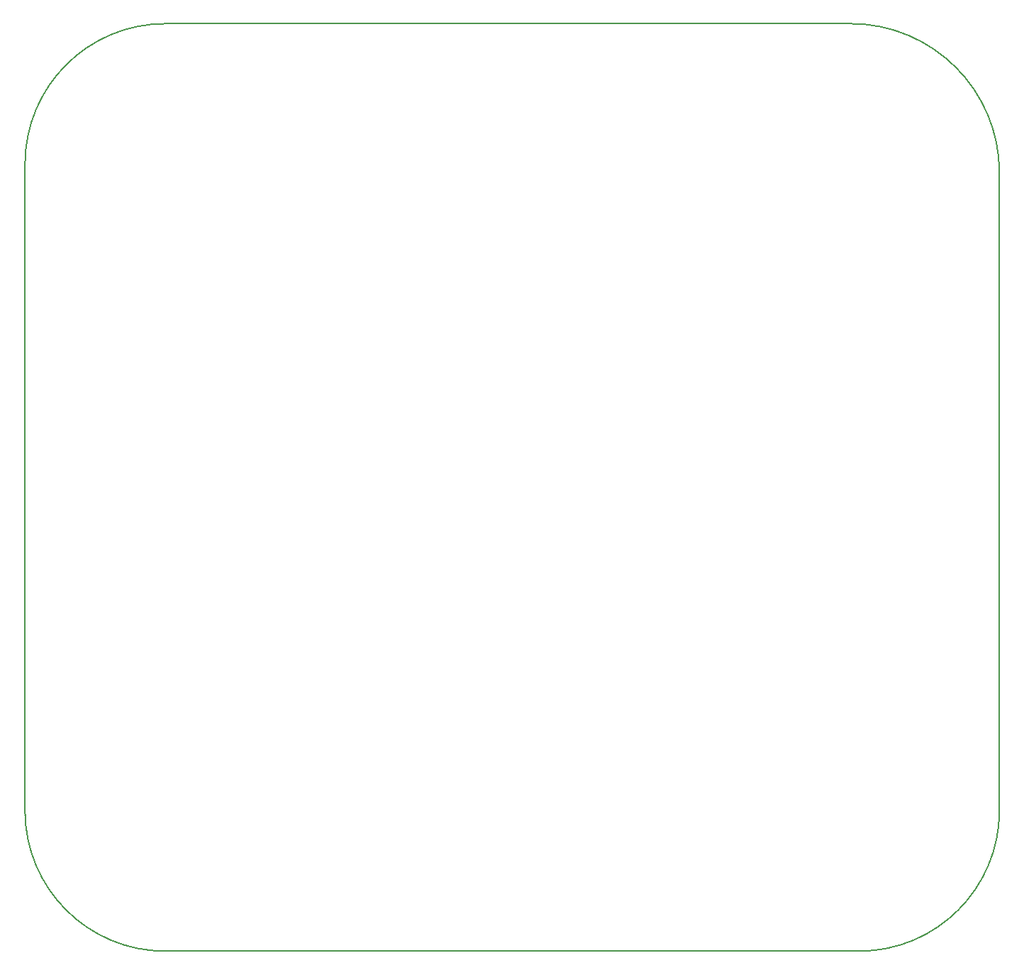
<source format=gbr>
G04 #@! TF.FileFunction,Profile,NP*
%FSLAX46Y46*%
G04 Gerber Fmt 4.6, Leading zero omitted, Abs format (unit mm)*
G04 Created by KiCad (PCBNEW 4.0.5) date 05/30/17 01:02:00*
%MOMM*%
%LPD*%
G01*
G04 APERTURE LIST*
%ADD10C,0.100000*%
%ADD11C,0.150000*%
G04 APERTURE END LIST*
D10*
D11*
X76708000Y-26924000D02*
G75*
G03X59944000Y-43688000I0J-16764000D01*
G01*
X59944000Y-120904000D02*
G75*
G03X76708000Y-137668000I16764000J0D01*
G01*
X159512000Y-137668000D02*
G75*
G03X176276000Y-120904000I0J16764000D01*
G01*
X176276000Y-44704000D02*
G75*
G03X158496000Y-26924000I-17780000J0D01*
G01*
X159512000Y-137668000D02*
X76708000Y-137668000D01*
X59944000Y-121412000D02*
X59944000Y-121412000D01*
X59944000Y-43688000D02*
X59944000Y-120904000D01*
X158496000Y-26924000D02*
X76708000Y-26924000D01*
X176276000Y-120904000D02*
X176276000Y-44704000D01*
M02*

</source>
